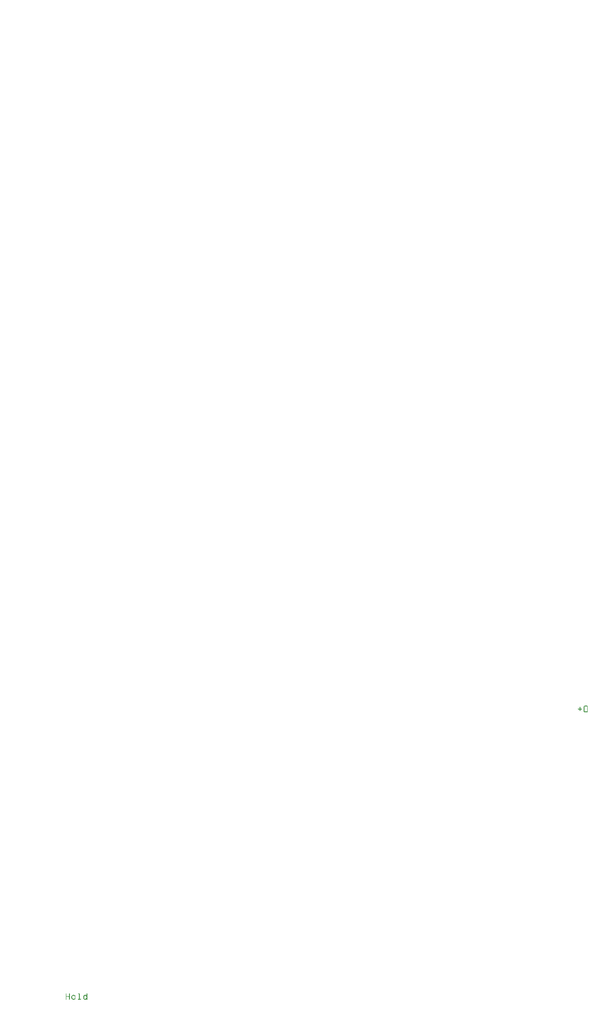
<source format=gto>
G04 MADE WITH FRITZING*
G04 WWW.FRITZING.ORG*
G04 DOUBLE SIDED*
G04 HOLES PLATED*
G04 CONTOUR ON CENTER OF CONTOUR VECTOR*
%ASAXBY*%
%FSLAX23Y23*%
%MOIN*%
%OFA0B0*%
%SFA1.0B1.0*%
%ADD10R,0.001000X0.001000*%
%LNSILK1*%
G90*
G70*
G54D10*
X1Y7815D02*
X1Y7815D01*
X4241Y2750D02*
X4260Y2750D01*
X4239Y2749D02*
X4262Y2749D01*
X4237Y2748D02*
X4263Y2748D01*
X4237Y2747D02*
X4264Y2747D01*
X4236Y2746D02*
X4265Y2746D01*
X4236Y2745D02*
X4265Y2745D01*
X4236Y2744D02*
X4241Y2744D01*
X4260Y2744D02*
X4265Y2744D01*
X4236Y2743D02*
X4241Y2743D01*
X4260Y2743D02*
X4265Y2743D01*
X4236Y2742D02*
X4241Y2742D01*
X4260Y2742D02*
X4265Y2742D01*
X4205Y2741D02*
X4208Y2741D01*
X4236Y2741D02*
X4241Y2741D01*
X4260Y2741D02*
X4265Y2741D01*
X4205Y2740D02*
X4209Y2740D01*
X4236Y2740D02*
X4241Y2740D01*
X4260Y2740D02*
X4265Y2740D01*
X4204Y2739D02*
X4209Y2739D01*
X4236Y2739D02*
X4241Y2739D01*
X4260Y2739D02*
X4265Y2739D01*
X4204Y2738D02*
X4209Y2738D01*
X4236Y2738D02*
X4241Y2738D01*
X4260Y2738D02*
X4265Y2738D01*
X4204Y2737D02*
X4209Y2737D01*
X4236Y2737D02*
X4241Y2737D01*
X4260Y2737D02*
X4265Y2737D01*
X4204Y2736D02*
X4209Y2736D01*
X4236Y2736D02*
X4241Y2736D01*
X4260Y2736D02*
X4265Y2736D01*
X4204Y2735D02*
X4209Y2735D01*
X4236Y2735D02*
X4241Y2735D01*
X4260Y2735D02*
X4265Y2735D01*
X4204Y2734D02*
X4209Y2734D01*
X4236Y2734D02*
X4241Y2734D01*
X4260Y2734D02*
X4265Y2734D01*
X4204Y2733D02*
X4209Y2733D01*
X4236Y2733D02*
X4241Y2733D01*
X4260Y2733D02*
X4265Y2733D01*
X4204Y2732D02*
X4209Y2732D01*
X4236Y2732D02*
X4241Y2732D01*
X4260Y2732D02*
X4265Y2732D01*
X4204Y2731D02*
X4209Y2731D01*
X4236Y2731D02*
X4241Y2731D01*
X4260Y2731D02*
X4265Y2731D01*
X4204Y2730D02*
X4209Y2730D01*
X4236Y2730D02*
X4241Y2730D01*
X4260Y2730D02*
X4265Y2730D01*
X4193Y2729D02*
X4220Y2729D01*
X4236Y2729D02*
X4241Y2729D01*
X4260Y2729D02*
X4265Y2729D01*
X4192Y2728D02*
X4221Y2728D01*
X4236Y2728D02*
X4241Y2728D01*
X4260Y2728D02*
X4265Y2728D01*
X4192Y2727D02*
X4221Y2727D01*
X4236Y2727D02*
X4241Y2727D01*
X4260Y2727D02*
X4265Y2727D01*
X4192Y2726D02*
X4221Y2726D01*
X4236Y2726D02*
X4241Y2726D01*
X4260Y2726D02*
X4265Y2726D01*
X4193Y2725D02*
X4221Y2725D01*
X4236Y2725D02*
X4241Y2725D01*
X4260Y2725D02*
X4265Y2725D01*
X4194Y2724D02*
X4220Y2724D01*
X4236Y2724D02*
X4241Y2724D01*
X4260Y2724D02*
X4265Y2724D01*
X4204Y2723D02*
X4209Y2723D01*
X4236Y2723D02*
X4241Y2723D01*
X4260Y2723D02*
X4265Y2723D01*
X4204Y2722D02*
X4209Y2722D01*
X4236Y2722D02*
X4241Y2722D01*
X4260Y2722D02*
X4265Y2722D01*
X4204Y2721D02*
X4209Y2721D01*
X4236Y2721D02*
X4241Y2721D01*
X4260Y2721D02*
X4265Y2721D01*
X4204Y2720D02*
X4209Y2720D01*
X4236Y2720D02*
X4241Y2720D01*
X4260Y2720D02*
X4265Y2720D01*
X4204Y2719D02*
X4209Y2719D01*
X4236Y2719D02*
X4241Y2719D01*
X4260Y2719D02*
X4265Y2719D01*
X4204Y2718D02*
X4209Y2718D01*
X4236Y2718D02*
X4241Y2718D01*
X4260Y2718D02*
X4265Y2718D01*
X4204Y2717D02*
X4209Y2717D01*
X4236Y2717D02*
X4241Y2717D01*
X4260Y2717D02*
X4265Y2717D01*
X4204Y2716D02*
X4209Y2716D01*
X4236Y2716D02*
X4241Y2716D01*
X4260Y2716D02*
X4265Y2716D01*
X4204Y2715D02*
X4209Y2715D01*
X4236Y2715D02*
X4241Y2715D01*
X4260Y2715D02*
X4265Y2715D01*
X4204Y2714D02*
X4209Y2714D01*
X4236Y2714D02*
X4241Y2714D01*
X4260Y2714D02*
X4265Y2714D01*
X4205Y2713D02*
X4209Y2713D01*
X4236Y2713D02*
X4241Y2713D01*
X4260Y2713D02*
X4265Y2713D01*
X4206Y2712D02*
X4208Y2712D01*
X4236Y2712D02*
X4241Y2712D01*
X4260Y2712D02*
X4265Y2712D01*
X4236Y2711D02*
X4241Y2711D01*
X4260Y2711D02*
X4265Y2711D01*
X4236Y2710D02*
X4241Y2710D01*
X4260Y2710D02*
X4265Y2710D01*
X4236Y2709D02*
X4265Y2709D01*
X4236Y2708D02*
X4265Y2708D01*
X4236Y2707D02*
X4265Y2707D01*
X4237Y2706D02*
X4264Y2706D01*
X4238Y2705D02*
X4263Y2705D01*
X4239Y2704D02*
X4262Y2704D01*
X4242Y2703D02*
X4259Y2703D01*
X384Y613D02*
X386Y613D01*
X408Y613D02*
X411Y613D01*
X474Y613D02*
X486Y613D01*
X539Y613D02*
X542Y613D01*
X383Y612D02*
X387Y612D01*
X407Y612D02*
X411Y612D01*
X473Y612D02*
X487Y612D01*
X538Y612D02*
X543Y612D01*
X383Y611D02*
X388Y611D01*
X407Y611D02*
X412Y611D01*
X473Y611D02*
X487Y611D01*
X538Y611D02*
X543Y611D01*
X383Y610D02*
X388Y610D01*
X407Y610D02*
X412Y610D01*
X473Y610D02*
X487Y610D01*
X538Y610D02*
X543Y610D01*
X383Y609D02*
X388Y609D01*
X407Y609D02*
X412Y609D01*
X474Y609D02*
X487Y609D01*
X538Y609D02*
X543Y609D01*
X383Y608D02*
X388Y608D01*
X407Y608D02*
X412Y608D01*
X475Y608D02*
X487Y608D01*
X538Y608D02*
X543Y608D01*
X383Y607D02*
X388Y607D01*
X407Y607D02*
X412Y607D01*
X482Y607D02*
X487Y607D01*
X538Y607D02*
X543Y607D01*
X383Y606D02*
X388Y606D01*
X407Y606D02*
X412Y606D01*
X482Y606D02*
X487Y606D01*
X538Y606D02*
X543Y606D01*
X383Y605D02*
X388Y605D01*
X407Y605D02*
X412Y605D01*
X482Y605D02*
X487Y605D01*
X538Y605D02*
X543Y605D01*
X383Y604D02*
X388Y604D01*
X407Y604D02*
X412Y604D01*
X482Y604D02*
X487Y604D01*
X538Y604D02*
X543Y604D01*
X383Y603D02*
X388Y603D01*
X407Y603D02*
X412Y603D01*
X482Y603D02*
X487Y603D01*
X538Y603D02*
X543Y603D01*
X383Y602D02*
X388Y602D01*
X407Y602D02*
X412Y602D01*
X482Y602D02*
X487Y602D01*
X538Y602D02*
X543Y602D01*
X383Y601D02*
X388Y601D01*
X407Y601D02*
X412Y601D01*
X482Y601D02*
X487Y601D01*
X538Y601D02*
X543Y601D01*
X383Y600D02*
X388Y600D01*
X407Y600D02*
X412Y600D01*
X434Y600D02*
X448Y600D01*
X482Y600D02*
X487Y600D01*
X521Y600D02*
X533Y600D01*
X538Y600D02*
X543Y600D01*
X383Y599D02*
X388Y599D01*
X407Y599D02*
X412Y599D01*
X432Y599D02*
X450Y599D01*
X482Y599D02*
X487Y599D01*
X520Y599D02*
X534Y599D01*
X538Y599D02*
X543Y599D01*
X383Y598D02*
X388Y598D01*
X407Y598D02*
X412Y598D01*
X431Y598D02*
X451Y598D01*
X482Y598D02*
X487Y598D01*
X518Y598D02*
X535Y598D01*
X538Y598D02*
X543Y598D01*
X383Y597D02*
X388Y597D01*
X407Y597D02*
X412Y597D01*
X430Y597D02*
X452Y597D01*
X482Y597D02*
X487Y597D01*
X517Y597D02*
X543Y597D01*
X383Y596D02*
X388Y596D01*
X407Y596D02*
X412Y596D01*
X429Y596D02*
X453Y596D01*
X482Y596D02*
X487Y596D01*
X516Y596D02*
X543Y596D01*
X383Y595D02*
X388Y595D01*
X407Y595D02*
X412Y595D01*
X428Y595D02*
X454Y595D01*
X482Y595D02*
X487Y595D01*
X515Y595D02*
X543Y595D01*
X383Y594D02*
X388Y594D01*
X407Y594D02*
X412Y594D01*
X427Y594D02*
X435Y594D01*
X447Y594D02*
X455Y594D01*
X482Y594D02*
X487Y594D01*
X515Y594D02*
X522Y594D01*
X532Y594D02*
X543Y594D01*
X383Y593D02*
X412Y593D01*
X427Y593D02*
X433Y593D01*
X449Y593D02*
X455Y593D01*
X482Y593D02*
X487Y593D01*
X514Y593D02*
X521Y593D01*
X533Y593D02*
X543Y593D01*
X383Y592D02*
X412Y592D01*
X427Y592D02*
X432Y592D01*
X449Y592D02*
X455Y592D01*
X482Y592D02*
X487Y592D01*
X514Y592D02*
X520Y592D01*
X534Y592D02*
X543Y592D01*
X383Y591D02*
X412Y591D01*
X426Y591D02*
X432Y591D01*
X450Y591D02*
X455Y591D01*
X482Y591D02*
X487Y591D01*
X514Y591D02*
X519Y591D01*
X535Y591D02*
X543Y591D01*
X383Y590D02*
X412Y590D01*
X426Y590D02*
X431Y590D01*
X450Y590D02*
X455Y590D01*
X482Y590D02*
X487Y590D01*
X514Y590D02*
X519Y590D01*
X536Y590D02*
X543Y590D01*
X383Y589D02*
X412Y589D01*
X426Y589D02*
X431Y589D01*
X450Y589D02*
X455Y589D01*
X482Y589D02*
X487Y589D01*
X514Y589D02*
X519Y589D01*
X537Y589D02*
X543Y589D01*
X383Y588D02*
X412Y588D01*
X426Y588D02*
X431Y588D01*
X450Y588D02*
X455Y588D01*
X482Y588D02*
X487Y588D01*
X514Y588D02*
X519Y588D01*
X538Y588D02*
X543Y588D01*
X383Y587D02*
X388Y587D01*
X406Y587D02*
X412Y587D01*
X426Y587D02*
X431Y587D01*
X450Y587D02*
X455Y587D01*
X482Y587D02*
X487Y587D01*
X514Y587D02*
X519Y587D01*
X538Y587D02*
X543Y587D01*
X383Y586D02*
X388Y586D01*
X407Y586D02*
X412Y586D01*
X426Y586D02*
X431Y586D01*
X450Y586D02*
X455Y586D01*
X482Y586D02*
X487Y586D01*
X514Y586D02*
X519Y586D01*
X538Y586D02*
X543Y586D01*
X383Y585D02*
X388Y585D01*
X407Y585D02*
X412Y585D01*
X426Y585D02*
X431Y585D01*
X450Y585D02*
X455Y585D01*
X482Y585D02*
X487Y585D01*
X514Y585D02*
X519Y585D01*
X538Y585D02*
X543Y585D01*
X383Y584D02*
X388Y584D01*
X407Y584D02*
X412Y584D01*
X426Y584D02*
X431Y584D01*
X450Y584D02*
X455Y584D01*
X482Y584D02*
X487Y584D01*
X514Y584D02*
X519Y584D01*
X538Y584D02*
X543Y584D01*
X383Y583D02*
X388Y583D01*
X407Y583D02*
X412Y583D01*
X426Y583D02*
X431Y583D01*
X450Y583D02*
X455Y583D01*
X482Y583D02*
X487Y583D01*
X514Y583D02*
X519Y583D01*
X538Y583D02*
X543Y583D01*
X383Y582D02*
X388Y582D01*
X407Y582D02*
X412Y582D01*
X426Y582D02*
X431Y582D01*
X450Y582D02*
X455Y582D01*
X482Y582D02*
X487Y582D01*
X514Y582D02*
X519Y582D01*
X538Y582D02*
X543Y582D01*
X383Y581D02*
X388Y581D01*
X407Y581D02*
X412Y581D01*
X426Y581D02*
X431Y581D01*
X450Y581D02*
X455Y581D01*
X482Y581D02*
X487Y581D01*
X514Y581D02*
X519Y581D01*
X538Y581D02*
X543Y581D01*
X383Y580D02*
X388Y580D01*
X407Y580D02*
X412Y580D01*
X426Y580D02*
X431Y580D01*
X450Y580D02*
X455Y580D01*
X482Y580D02*
X487Y580D01*
X514Y580D02*
X519Y580D01*
X538Y580D02*
X543Y580D01*
X383Y579D02*
X388Y579D01*
X407Y579D02*
X412Y579D01*
X426Y579D02*
X431Y579D01*
X450Y579D02*
X455Y579D01*
X482Y579D02*
X487Y579D01*
X514Y579D02*
X519Y579D01*
X538Y579D02*
X543Y579D01*
X383Y578D02*
X388Y578D01*
X407Y578D02*
X412Y578D01*
X426Y578D02*
X431Y578D01*
X450Y578D02*
X455Y578D01*
X482Y578D02*
X487Y578D01*
X514Y578D02*
X519Y578D01*
X537Y578D02*
X543Y578D01*
X383Y577D02*
X388Y577D01*
X407Y577D02*
X412Y577D01*
X426Y577D02*
X432Y577D01*
X450Y577D02*
X455Y577D01*
X482Y577D02*
X487Y577D01*
X514Y577D02*
X519Y577D01*
X536Y577D02*
X543Y577D01*
X383Y576D02*
X388Y576D01*
X407Y576D02*
X412Y576D01*
X426Y576D02*
X432Y576D01*
X450Y576D02*
X455Y576D01*
X482Y576D02*
X487Y576D01*
X514Y576D02*
X519Y576D01*
X535Y576D02*
X543Y576D01*
X383Y575D02*
X388Y575D01*
X407Y575D02*
X412Y575D01*
X427Y575D02*
X433Y575D01*
X449Y575D02*
X455Y575D01*
X482Y575D02*
X487Y575D01*
X514Y575D02*
X520Y575D01*
X534Y575D02*
X543Y575D01*
X383Y574D02*
X388Y574D01*
X407Y574D02*
X412Y574D01*
X427Y574D02*
X434Y574D01*
X448Y574D02*
X455Y574D01*
X482Y574D02*
X487Y574D01*
X515Y574D02*
X521Y574D01*
X532Y574D02*
X543Y574D01*
X383Y573D02*
X388Y573D01*
X407Y573D02*
X412Y573D01*
X427Y573D02*
X435Y573D01*
X447Y573D02*
X454Y573D01*
X482Y573D02*
X487Y573D01*
X515Y573D02*
X523Y573D01*
X531Y573D02*
X543Y573D01*
X383Y572D02*
X388Y572D01*
X407Y572D02*
X412Y572D01*
X428Y572D02*
X454Y572D01*
X474Y572D02*
X495Y572D01*
X516Y572D02*
X543Y572D01*
X383Y571D02*
X388Y571D01*
X407Y571D02*
X412Y571D01*
X429Y571D02*
X453Y571D01*
X474Y571D02*
X496Y571D01*
X517Y571D02*
X543Y571D01*
X383Y570D02*
X388Y570D01*
X407Y570D02*
X412Y570D01*
X430Y570D02*
X452Y570D01*
X473Y570D02*
X496Y570D01*
X518Y570D02*
X536Y570D01*
X538Y570D02*
X543Y570D01*
X383Y569D02*
X388Y569D01*
X407Y569D02*
X412Y569D01*
X431Y569D02*
X450Y569D01*
X473Y569D02*
X496Y569D01*
X519Y569D02*
X535Y569D01*
X538Y569D02*
X543Y569D01*
X383Y568D02*
X387Y568D01*
X407Y568D02*
X411Y568D01*
X433Y568D02*
X449Y568D01*
X474Y568D02*
X496Y568D01*
X520Y568D02*
X534Y568D01*
X538Y568D02*
X543Y568D01*
X384Y567D02*
X386Y567D01*
X408Y567D02*
X410Y567D01*
X435Y567D02*
X447Y567D01*
X475Y567D02*
X495Y567D01*
X522Y567D02*
X532Y567D01*
X539Y567D02*
X542Y567D01*
D02*
G04 End of Silk1*
M02*
</source>
